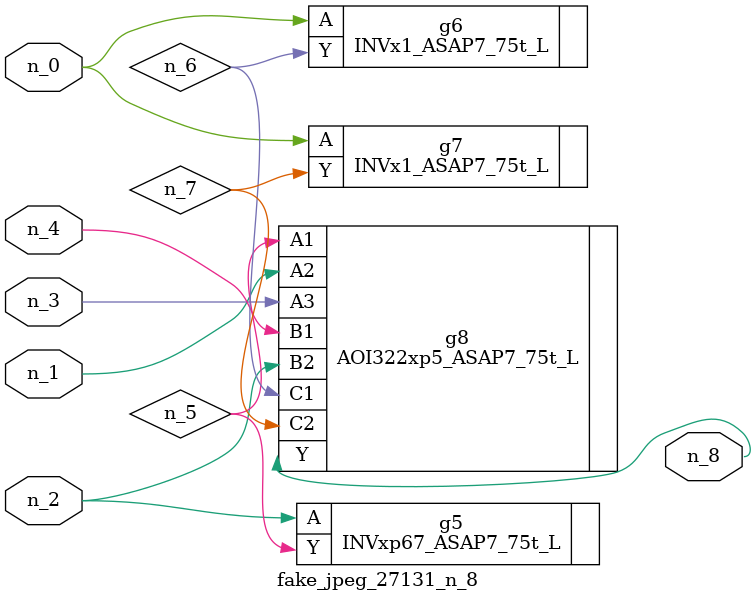
<source format=v>
module fake_jpeg_27131_n_8 (n_3, n_2, n_1, n_0, n_4, n_8);

input n_3;
input n_2;
input n_1;
input n_0;
input n_4;

output n_8;

wire n_6;
wire n_5;
wire n_7;

INVxp67_ASAP7_75t_L g5 ( 
.A(n_2),
.Y(n_5)
);

INVx1_ASAP7_75t_L g6 ( 
.A(n_0),
.Y(n_6)
);

INVx1_ASAP7_75t_L g7 ( 
.A(n_0),
.Y(n_7)
);

AOI322xp5_ASAP7_75t_L g8 ( 
.A1(n_5),
.A2(n_1),
.A3(n_3),
.B1(n_4),
.B2(n_2),
.C1(n_6),
.C2(n_7),
.Y(n_8)
);


endmodule
</source>
